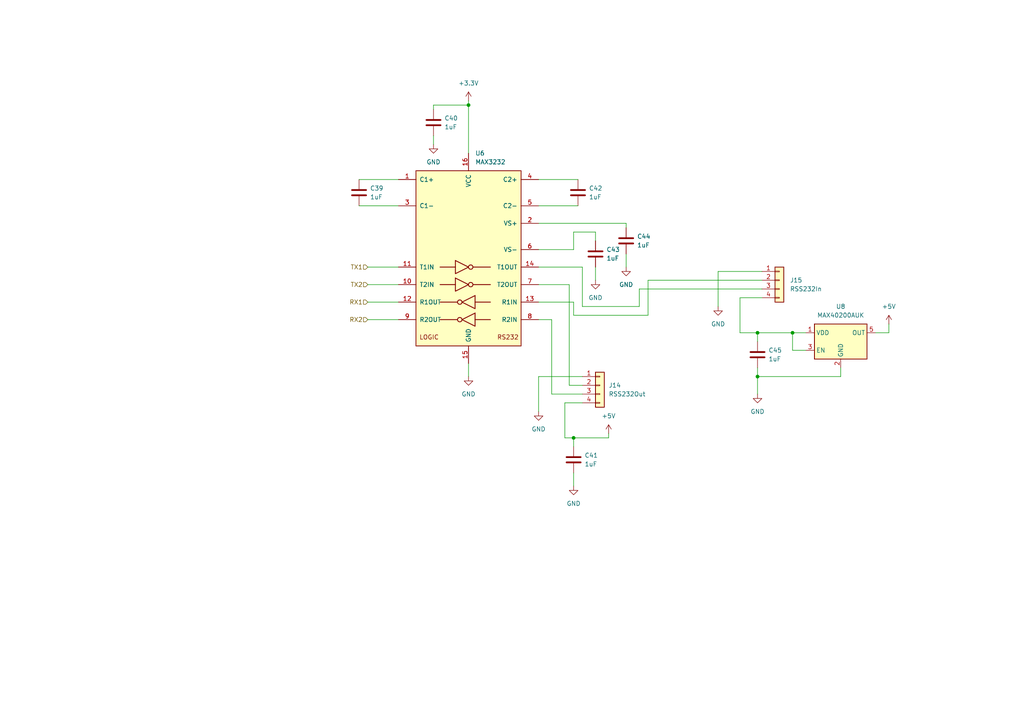
<source format=kicad_sch>
(kicad_sch (version 20231120) (generator "eeschema") (generator_version "8.0")
  (paper "A4")
  (lib_symbols
    (symbol "Analog_Switch:MAX40200AUK"
      (property "Reference" "U" (at -6.35 6.35 0))
      (property "Value" "MAX40200AUK" (at 7.62 6.35 0))
      (symbol "MAX40200AUK_1_1"
        (rectangle (start -7.62 -5.08) (end 7.62 5.08) (stroke (width 0.254)) (fill (type background)))
        (pin power_in line (at -10.16 2.54 0) (length 2.54) (name "VDD") (number "1"))
        (pin power_in line (at 0 -7.62 90) (length 2.54) (name "GND") (number "2"))
        (pin input line (at -10.16 -2.54 0) (length 2.54) (name "EN") (number "3"))
        (pin no_connect line (at 7.62 -2.54 180) (length 2.54) hide (name "NC") (number "4"))
        (pin passive line (at 10.16 2.54 180) (length 2.54) (name "OUT") (number "5"))
      )
    )
    (symbol "Connector_Generic:Conn_01x04" (pin_names (offset 1.016) hide)
      (property "Reference" "J" (at 0 5.08 0))
      (property "Value" "Conn_01x04" (at 0 -7.62 0))
      (symbol "Conn_01x04_1_1"
        (rectangle (start -1.27 -4.953) (end 0 -5.207) (stroke (width 0.1524)))
        (rectangle (start -1.27 -2.413) (end 0 -2.667) (stroke (width 0.1524)))
        (rectangle (start -1.27 0.127) (end 0 -0.127) (stroke (width 0.1524)))
        (rectangle (start -1.27 2.667) (end 0 2.413) (stroke (width 0.1524)))
        (rectangle (start -1.27 3.81) (end 1.27 -6.35) (stroke (width 0.254)) (fill (type background)))
        (pin passive line (at -5.08 2.54 0) (length 3.81) (name "Pin_1") (number "1"))
        (pin passive line (at -5.08 0 0) (length 3.81) (name "Pin_2") (number "2"))
        (pin passive line (at -5.08 -2.54 0) (length 3.81) (name "Pin_3") (number "3"))
        (pin passive line (at -5.08 -5.08 0) (length 3.81) (name "Pin_4") (number "4"))
      )
    )
    (symbol "Device:C" (pin_numbers hide) (pin_names (offset 0.254))
      (property "Reference" "C" (at 0.635 2.54 0))
      (property "Value" "C" (at 0.635 -2.54 0))
      (symbol "C_0_1"
        (polyline (pts (xy -2.032 -0.762) (xy 2.032 -0.762)) (stroke (width 0.508)))
        (polyline (pts (xy -2.032 0.762) (xy 2.032 0.762)) (stroke (width 0.508)))
      )
      (symbol "C_1_1"
        (pin passive line (at 0 3.81 270) (length 2.794) (name "~") (number "1"))
        (pin passive line (at 0 -3.81 90) (length 2.794) (name "~") (number "2"))
      )
    )
    (symbol "Interface_UART:MAX3232" (pin_names (offset 1.016))
      (property "Reference" "U" (at -2.54 28.575 0))
      (property "Value" "MAX3232" (at -2.54 26.67 0))
      (symbol "MAX3232_0_0"
        (text "LOGIC" (at -11.43 -22.86 0) (effects (font (size 1.27 1.27))))
        (text "RS232" (at 11.43 -22.86 0) (effects (font (size 1.27 1.27))))
      )
      (symbol "MAX3232_0_1"
        (rectangle (start -15.24 -25.4) (end 15.24 25.4) (stroke (width 0.254)) (fill (type background)))
        (circle (center -2.54 -17.78) (radius 0.635) (stroke (width 0.254)))
        (circle (center -2.54 -12.7) (radius 0.635) (stroke (width 0.254)))
        (polyline (pts (xy -3.81 -7.62) (xy -8.255 -7.62)) (stroke (width 0.254)))
        (polyline (pts (xy -3.81 -2.54) (xy -8.255 -2.54)) (stroke (width 0.254)))
        (polyline (pts (xy -3.175 -17.78) (xy -8.255 -17.78)) (stroke (width 0.254)))
        (polyline (pts (xy -3.175 -12.7) (xy -8.255 -12.7)) (stroke (width 0.254)))
        (polyline (pts (xy 1.27 -7.62) (xy 6.35 -7.62)) (stroke (width 0.254)))
        (polyline (pts (xy 1.27 -2.54) (xy 6.35 -2.54)) (stroke (width 0.254)))
        (polyline (pts (xy 1.905 -17.78) (xy 6.35 -17.78)) (stroke (width 0.254)))
        (polyline (pts (xy 1.905 -12.7) (xy 6.35 -12.7)) (stroke (width 0.254)))
        (polyline (pts (xy -3.81 -5.715) (xy -3.81 -9.525) (xy 0 -7.62) (xy -3.81 -5.715)) (stroke (width 0.254)))
        (polyline (pts (xy -3.81 -0.635) (xy -3.81 -4.445) (xy 0 -2.54) (xy -3.81 -0.635)) (stroke (width 0.254)))
        (polyline (pts (xy 1.905 -15.875) (xy 1.905 -19.685) (xy -1.905 -17.78) (xy 1.905 -15.875)) (stroke (width 0.254)))
        (polyline (pts (xy 1.905 -10.795) (xy 1.905 -14.605) (xy -1.905 -12.7) (xy 1.905 -10.795)) (stroke (width 0.254)))
        (circle (center 0.635 -7.62) (radius 0.635) (stroke (width 0.254)))
        (circle (center 0.635 -2.54) (radius 0.635) (stroke (width 0.254)))
      )
      (symbol "MAX3232_1_1"
        (pin passive line (at -20.32 22.86 0) (length 5.08) (name "C1+") (number "1"))
        (pin input line (at -20.32 -7.62 0) (length 5.08) (name "T2IN") (number "10"))
        (pin input line (at -20.32 -2.54 0) (length 5.08) (name "T1IN") (number "11"))
        (pin output line (at -20.32 -12.7 0) (length 5.08) (name "R1OUT") (number "12"))
        (pin input line (at 20.32 -12.7 180) (length 5.08) (name "R1IN") (number "13"))
        (pin output line (at 20.32 -2.54 180) (length 5.08) (name "T1OUT") (number "14"))
        (pin power_in line (at 0 -30.48 90) (length 5.08) (name "GND") (number "15"))
        (pin power_in line (at 0 30.48 270) (length 5.08) (name "VCC") (number "16"))
        (pin power_out line (at 20.32 10.16 180) (length 5.08) (name "VS+") (number "2"))
        (pin passive line (at -20.32 15.24 0) (length 5.08) (name "C1-") (number "3"))
        (pin passive line (at 20.32 22.86 180) (length 5.08) (name "C2+") (number "4"))
        (pin passive line (at 20.32 15.24 180) (length 5.08) (name "C2-") (number "5"))
        (pin power_out line (at 20.32 2.54 180) (length 5.08) (name "VS-") (number "6"))
        (pin output line (at 20.32 -7.62 180) (length 5.08) (name "T2OUT") (number "7"))
        (pin input line (at 20.32 -17.78 180) (length 5.08) (name "R2IN") (number "8"))
        (pin output line (at -20.32 -17.78 0) (length 5.08) (name "R2OUT") (number "9"))
      )
    )
    (symbol "power:+3.3V" (power) (pin_names (offset 0))
      (property "Value" "+3.3V" (at 0 3.556 0))
      (symbol "+3.3V_0_1"
        (polyline (pts (xy -0.762 1.27) (xy 0 2.54)))
        (polyline (pts (xy 0 0) (xy 0 2.54)))
        (polyline (pts (xy 0 2.54) (xy 0.762 1.27)))
      )
      (symbol "+3.3V_1_1"
        (pin power_in line (at 0 0 90) (length 0) hide (name "+3.3V") (number "1"))
      )
    )
    (symbol "power:+5V" (power) (pin_numbers hide) (pin_names (offset 0) hide)
      (property "Value" "+5V" (at 0 3.556 0))
      (symbol "+5V_0_1"
        (polyline (pts (xy -0.762 1.27) (xy 0 2.54)))
        (polyline (pts (xy 0 0) (xy 0 2.54)))
        (polyline (pts (xy 0 2.54) (xy 0.762 1.27)))
      )
      (symbol "+5V_1_1"
        (pin power_in line (at 0 0 90) (length 0) (name "~") (number "1"))
      )
    )
    (symbol "power:GND" (power) (pin_names (offset 0))
      (property "Value" "GND" (at 0 -3.81 0))
      (symbol "GND_0_1"
        (polyline (pts (xy 0 0) (xy 0 -1.27) (xy 1.27 -1.27) (xy 0 -2.54) (xy -1.27 -1.27) (xy 0 -1.27)))
      )
      (symbol "GND_1_1"
        (pin power_in line (at 0 0 270) (length 0) hide (name "GND") (number "1"))
      )
    )
  )
  (junction (at 229.87 96.52))
  (junction (at 135.89 30.48))
  (junction (at 166.37 127))
  (junction (at 219.71 109.22))
  (junction (at 219.71 96.52))
  (wire (pts (xy 214.63 96.52) (xy 219.71 96.52)))
  (wire (pts (xy 163.83 127) (xy 166.37 127)))
  (wire (pts (xy 163.83 116.84) (xy 168.91 116.84)))
  (wire (pts (xy 135.89 30.48) (xy 135.89 29.21)))
  (wire (pts (xy 156.21 59.69) (xy 167.64 59.69)))
  (wire (pts (xy 156.21 52.07) (xy 167.64 52.07)))
  (wire (pts (xy 106.68 77.47) (xy 115.57 77.47)))
  (wire (pts (xy 156.21 72.39) (xy 166.37 72.39)))
  (wire (pts (xy 106.68 82.55) (xy 115.57 82.55)))
  (wire (pts (xy 257.81 93.98) (xy 257.81 96.52)))
  (wire (pts (xy 104.14 59.69) (xy 115.57 59.69)))
  (wire (pts (xy 185.42 83.82) (xy 220.98 83.82)))
  (wire (pts (xy 160.02 92.71) (xy 160.02 114.3)))
  (wire (pts (xy 135.89 30.48) (xy 135.89 44.45)))
  (wire (pts (xy 187.96 91.44) (xy 187.96 81.28)))
  (wire (pts (xy 208.28 78.74) (xy 220.98 78.74)))
  (wire (pts (xy 219.71 109.22) (xy 243.84 109.22)))
  (wire (pts (xy 156.21 77.47) (xy 168.91 77.47)))
  (wire (pts (xy 156.21 82.55) (xy 165.1 82.55)))
  (wire (pts (xy 181.61 64.77) (xy 181.61 66.04)))
  (wire (pts (xy 219.71 106.68) (xy 219.71 109.22)))
  (wire (pts (xy 243.84 109.22) (xy 243.84 106.68)))
  (wire (pts (xy 156.21 109.22) (xy 168.91 109.22)))
  (wire (pts (xy 125.73 31.75) (xy 125.73 30.48)))
  (wire (pts (xy 106.68 87.63) (xy 115.57 87.63)))
  (wire (pts (xy 156.21 92.71) (xy 160.02 92.71)))
  (wire (pts (xy 106.68 92.71) (xy 115.57 92.71)))
  (wire (pts (xy 168.91 111.76) (xy 165.1 111.76)))
  (wire (pts (xy 166.37 137.16) (xy 166.37 140.97)))
  (wire (pts (xy 168.91 88.9) (xy 185.42 88.9)))
  (wire (pts (xy 135.89 105.41) (xy 135.89 109.22)))
  (wire (pts (xy 219.71 109.22) (xy 219.71 114.3)))
  (wire (pts (xy 229.87 96.52) (xy 229.87 101.6)))
  (wire (pts (xy 125.73 39.37) (xy 125.73 41.91)))
  (wire (pts (xy 257.81 96.52) (xy 254 96.52)))
  (wire (pts (xy 219.71 96.52) (xy 219.71 99.06)))
  (wire (pts (xy 156.21 87.63) (xy 166.37 87.63)))
  (wire (pts (xy 163.83 116.84) (xy 163.83 127)))
  (wire (pts (xy 176.53 127) (xy 166.37 127)))
  (wire (pts (xy 176.53 125.73) (xy 176.53 127)))
  (wire (pts (xy 172.72 77.47) (xy 172.72 81.28)))
  (wire (pts (xy 168.91 77.47) (xy 168.91 88.9)))
  (wire (pts (xy 172.72 67.31) (xy 172.72 69.85)))
  (wire (pts (xy 187.96 81.28) (xy 220.98 81.28)))
  (wire (pts (xy 229.87 96.52) (xy 233.68 96.52)))
  (wire (pts (xy 104.14 52.07) (xy 115.57 52.07)))
  (wire (pts (xy 219.71 96.52) (xy 229.87 96.52)))
  (wire (pts (xy 125.73 30.48) (xy 135.89 30.48)))
  (wire (pts (xy 166.37 91.44) (xy 187.96 91.44)))
  (wire (pts (xy 214.63 86.36) (xy 220.98 86.36)))
  (wire (pts (xy 166.37 67.31) (xy 172.72 67.31)))
  (wire (pts (xy 156.21 109.22) (xy 156.21 119.38)))
  (wire (pts (xy 166.37 72.39) (xy 166.37 67.31)))
  (wire (pts (xy 166.37 127) (xy 166.37 129.54)))
  (wire (pts (xy 214.63 86.36) (xy 214.63 96.52)))
  (wire (pts (xy 156.21 64.77) (xy 181.61 64.77)))
  (wire (pts (xy 229.87 101.6) (xy 233.68 101.6)))
  (wire (pts (xy 208.28 78.74) (xy 208.28 88.9)))
  (wire (pts (xy 185.42 88.9) (xy 185.42 83.82)))
  (wire (pts (xy 165.1 111.76) (xy 165.1 82.55)))
  (wire (pts (xy 166.37 87.63) (xy 166.37 91.44)))
  (wire (pts (xy 160.02 114.3) (xy 168.91 114.3)))
  (wire (pts (xy 181.61 73.66) (xy 181.61 77.47)))
  (hierarchical_label "RX2" (shape input) (at 106.68 92.71 180))
  (hierarchical_label "RX1" (shape input) (at 106.68 87.63 180))
  (hierarchical_label "TX1" (shape input) (at 106.68 77.47 180))
  (hierarchical_label "TX2" (shape input) (at 106.68 82.55 180))
  (symbol (lib_id "Device:C") (at 104.14 55.88 0) (unit 1)
    (property "Reference" "C39" (at 107.315 54.61 0) (effects (justify left)))
    (property "Value" "1uF" (at 107.315 57.15 0) (effects (justify left)))
    (property "Footprint" "Capacitor_SMD:C_0603_1608Metric" (effects (hide yes)))
  )
  (symbol (lib_id "Device:C") (at 172.72 73.66 0) (unit 1)
    (property "Reference" "C43" (at 175.895 72.39 0) (effects (justify left)))
    (property "Value" "1uF" (at 175.895 74.93 0) (effects (justify left)))
    (property "Footprint" "Capacitor_SMD:C_0603_1608Metric" (effects (hide yes)))
  )
  (symbol (lib_id "Device:C") (at 166.37 133.35 0) (unit 1)
    (property "Reference" "C41" (at 169.545 132.08 0) (effects (justify left)))
    (property "Value" "1uF" (at 169.545 134.62 0) (effects (justify left)))
    (property "Footprint" "Capacitor_SMD:C_0603_1608Metric" (effects (hide yes)))
  )
  (symbol (lib_id "Analog_Switch:MAX40200AUK") (at 243.84 99.06 0) (unit 1)
    (property "Reference" "U8" (at 243.84 88.9 0))
    (property "Value" "MAX40200AUK" (at 243.84 91.44 0))
    (property "Footprint" "Package_TO_SOT_SMD:SOT-23-5" (effects (hide yes)))
    (property "Datasheet" "https://datasheets.maximintegrated.com/en/ds/MAX40200.pdf" (effects (hide yes)))
  )
  (symbol (lib_id "power:GND") (at 156.21 119.38 0) (mirror y) (unit 1)
    (property "Reference" "#PWR036" (effects (hide yes)))
    (property "Value" "GND" (at 156.21 124.46 0))
  )
  (symbol (lib_id "Device:C") (at 181.61 69.85 0) (unit 1)
    (property "Reference" "C44" (at 184.785 68.58 0) (effects (justify left)))
    (property "Value" "1uF" (at 184.785 71.12 0) (effects (justify left)))
    (property "Footprint" "Capacitor_SMD:C_0603_1608Metric" (effects (hide yes)))
  )
  (symbol (lib_id "Device:C") (at 219.71 102.87 0) (unit 1)
    (property "Reference" "C45" (at 222.885 101.6 0) (effects (justify left)))
    (property "Value" "1uF" (at 222.885 104.14 0) (effects (justify left)))
    (property "Footprint" "Capacitor_SMD:C_0603_1608Metric" (effects (hide yes)))
  )
  (symbol (lib_id "power:GND") (at 208.28 88.9 0) (mirror y) (unit 1)
    (property "Reference" "#PWR041" (effects (hide yes)))
    (property "Value" "GND" (at 208.28 93.98 0))
  )
  (symbol (lib_id "power:+5V") (at 176.53 125.73 0) (unit 1)
    (property "Reference" "#PWR011" (effects (hide yes)))
    (property "Value" "+5V" (at 176.53 120.65 0))
    (property "Description" "Power symbol creates a global label with name \"+5V\"" (effects (hide yes)))
  )
  (symbol (lib_id "Connector_Generic:Conn_01x04") (at 173.99 111.76 0) (unit 1)
    (property "Reference" "J14" (at 176.53 111.76 0) (effects (justify left)))
    (property "Value" "RSS232Out" (at 176.53 114.3 0) (effects (justify left)))
    (property "Footprint" "Connector_PinHeader_2.54mm:PinHeader_1x04_P2.54mm_Vertical" (effects (hide yes)))
  )
  (symbol (lib_id "Device:C") (at 125.73 35.56 0) (unit 1)
    (property "Reference" "C40" (at 128.905 34.29 0) (effects (justify left)))
    (property "Value" "1uF" (at 128.905 36.83 0) (effects (justify left)))
    (property "Footprint" "Capacitor_SMD:C_0603_1608Metric" (effects (hide yes)))
  )
  (symbol (lib_id "Interface_UART:MAX3232") (at 135.89 74.93 0) (unit 1)
    (property "Reference" "U6" (at 137.8459 44.45 0) (effects (justify left)))
    (property "Value" "MAX3232" (at 137.8459 46.99 0) (effects (justify left)))
    (property "Footprint" "Package_SO:TSSOP-16_4.4x5mm_P0.65mm" (effects (hide yes)))
    (property "Datasheet" "https://datasheets.maximintegrated.com/en/ds/MAX3222-MAX3241.pdf" (effects (hide yes)))
  )
  (symbol (lib_id "power:GND") (at 181.61 77.47 0) (mirror y) (unit 1)
    (property "Reference" "#PWR040" (effects (hide yes)))
    (property "Value" "GND" (at 181.61 82.55 0))
  )
  (symbol (lib_id "power:GND") (at 166.37 140.97 0) (unit 1)
    (property "Reference" "#PWR037" (effects (hide yes)))
    (property "Value" "GND" (at 166.37 146.05 0))
  )
  (symbol (lib_id "power:GND") (at 125.73 41.91 0) (mirror y) (unit 1)
    (property "Reference" "#PWR033" (effects (hide yes)))
    (property "Value" "GND" (at 125.73 46.99 0))
  )
  (symbol (lib_id "power:+3.3V") (at 135.89 29.21 0) (unit 1)
    (property "Reference" "#PWR034" (effects (hide yes)))
    (property "Value" "+3.3V" (at 135.89 24.13 0))
  )
  (symbol (lib_id "power:+5V") (at 257.81 93.98 0) (unit 1)
    (property "Reference" "#PWR010" (effects (hide yes)))
    (property "Value" "+5V" (at 257.81 88.9 0))
    (property "Description" "Power symbol creates a global label with name \"+5V\"" (effects (hide yes)))
  )
  (symbol (lib_id "power:GND") (at 135.89 109.22 0) (mirror y) (unit 1)
    (property "Reference" "#PWR035" (effects (hide yes)))
    (property "Value" "GND" (at 135.89 114.3 0))
  )
  (symbol (lib_id "power:GND") (at 219.71 114.3 0) (unit 1)
    (property "Reference" "#PWR042" (effects (hide yes)))
    (property "Value" "GND" (at 219.71 119.38 0))
  )
  (symbol (lib_id "Device:C") (at 167.64 55.88 0) (unit 1)
    (property "Reference" "C42" (at 170.815 54.61 0) (effects (justify left)))
    (property "Value" "1uF" (at 170.815 57.15 0) (effects (justify left)))
    (property "Footprint" "Capacitor_SMD:C_0603_1608Metric" (effects (hide yes)))
  )
  (symbol (lib_id "power:GND") (at 172.72 81.28 0) (mirror y) (unit 1)
    (property "Reference" "#PWR038" (effects (hide yes)))
    (property "Value" "GND" (at 172.72 86.36 0))
  )
  (symbol (lib_id "Connector_Generic:Conn_01x04") (at 226.06 81.28 0) (unit 1)
    (property "Reference" "J15" (at 229.108 81.28 0) (effects (justify left)))
    (property "Value" "RSS232In" (at 229.108 83.82 0) (effects (justify left)))
    (property "Footprint" "Connector_PinHeader_2.54mm:PinHeader_1x04_P2.54mm_Vertical" (effects (hide yes)))
  )
)
</source>
